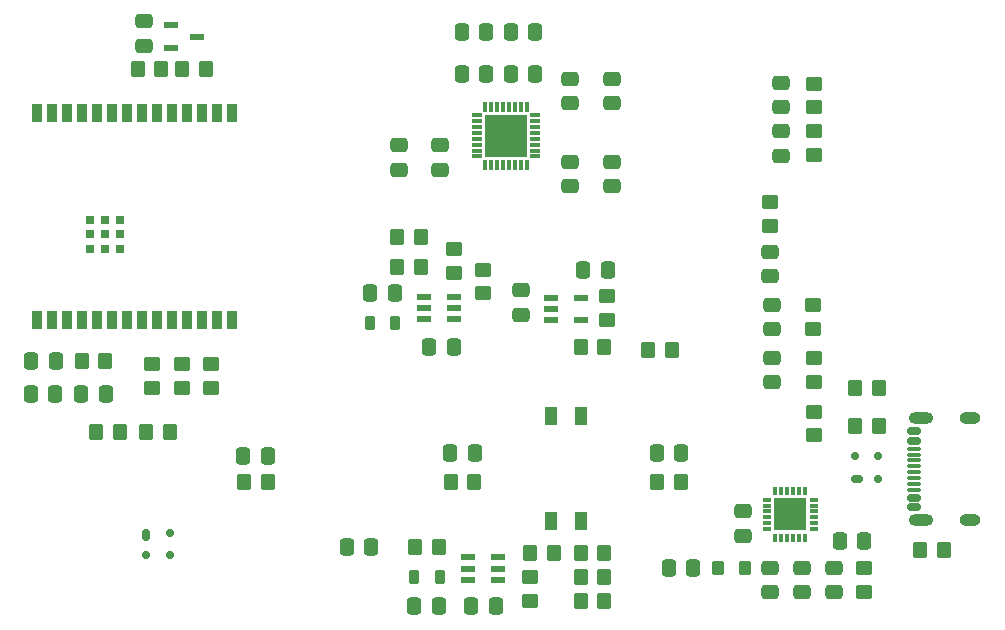
<source format=gbr>
%TF.GenerationSoftware,KiCad,Pcbnew,8.0.9-8.0.9-0~ubuntu24.04.1*%
%TF.CreationDate,2025-02-24T19:38:21+01:00*%
%TF.ProjectId,jack2bluetooth,6a61636b-3262-46c7-9565-746f6f74682e,v3.0*%
%TF.SameCoordinates,Original*%
%TF.FileFunction,Paste,Top*%
%TF.FilePolarity,Positive*%
%FSLAX46Y46*%
G04 Gerber Fmt 4.6, Leading zero omitted, Abs format (unit mm)*
G04 Created by KiCad (PCBNEW 8.0.9-8.0.9-0~ubuntu24.04.1) date 2025-02-24 19:38:21*
%MOMM*%
%LPD*%
G01*
G04 APERTURE LIST*
G04 Aperture macros list*
%AMRoundRect*
0 Rectangle with rounded corners*
0 $1 Rounding radius*
0 $2 $3 $4 $5 $6 $7 $8 $9 X,Y pos of 4 corners*
0 Add a 4 corners polygon primitive as box body*
4,1,4,$2,$3,$4,$5,$6,$7,$8,$9,$2,$3,0*
0 Add four circle primitives for the rounded corners*
1,1,$1+$1,$2,$3*
1,1,$1+$1,$4,$5*
1,1,$1+$1,$6,$7*
1,1,$1+$1,$8,$9*
0 Add four rect primitives between the rounded corners*
20,1,$1+$1,$2,$3,$4,$5,0*
20,1,$1+$1,$4,$5,$6,$7,0*
20,1,$1+$1,$6,$7,$8,$9,0*
20,1,$1+$1,$8,$9,$2,$3,0*%
G04 Aperture macros list end*
%ADD10RoundRect,0.250000X0.450000X-0.350000X0.450000X0.350000X-0.450000X0.350000X-0.450000X-0.350000X0*%
%ADD11RoundRect,0.250000X0.275000X0.350000X-0.275000X0.350000X-0.275000X-0.350000X0.275000X-0.350000X0*%
%ADD12RoundRect,0.250000X-0.350000X-0.450000X0.350000X-0.450000X0.350000X0.450000X-0.350000X0.450000X0*%
%ADD13RoundRect,0.250000X0.337500X0.475000X-0.337500X0.475000X-0.337500X-0.475000X0.337500X-0.475000X0*%
%ADD14R,0.850000X0.300000*%
%ADD15R,0.300000X0.850000*%
%ADD16R,3.550000X3.550000*%
%ADD17RoundRect,0.250000X0.475000X-0.337500X0.475000X0.337500X-0.475000X0.337500X-0.475000X-0.337500X0*%
%ADD18RoundRect,0.250000X-0.450000X0.350000X-0.450000X-0.350000X0.450000X-0.350000X0.450000X0.350000X0*%
%ADD19R,1.150000X0.600000*%
%ADD20RoundRect,0.250000X0.350000X0.450000X-0.350000X0.450000X-0.350000X-0.450000X0.350000X-0.450000X0*%
%ADD21RoundRect,0.250000X-0.337500X-0.475000X0.337500X-0.475000X0.337500X0.475000X-0.337500X0.475000X0*%
%ADD22RoundRect,0.250000X-0.475000X0.337500X-0.475000X-0.337500X0.475000X-0.337500X0.475000X0.337500X0*%
%ADD23RoundRect,0.150000X0.425000X-0.150000X0.425000X0.150000X-0.425000X0.150000X-0.425000X-0.150000X0*%
%ADD24RoundRect,0.075000X0.500000X-0.075000X0.500000X0.075000X-0.500000X0.075000X-0.500000X-0.075000X0*%
%ADD25O,2.100000X1.000000*%
%ADD26O,1.800000X1.000000*%
%ADD27RoundRect,0.218750X-0.218750X-0.381250X0.218750X-0.381250X0.218750X0.381250X-0.218750X0.381250X0*%
%ADD28R,1.100000X1.500000*%
%ADD29R,1.250000X0.600000*%
%ADD30RoundRect,0.175000X0.325000X-0.175000X0.325000X0.175000X-0.325000X0.175000X-0.325000X-0.175000X0*%
%ADD31RoundRect,0.150000X0.150000X-0.200000X0.150000X0.200000X-0.150000X0.200000X-0.150000X-0.200000X0*%
%ADD32R,0.800000X0.300000*%
%ADD33R,0.300000X0.800000*%
%ADD34R,2.800000X2.800000*%
%ADD35RoundRect,0.175000X-0.175000X-0.325000X0.175000X-0.325000X0.175000X0.325000X-0.175000X0.325000X0*%
%ADD36RoundRect,0.150000X-0.200000X-0.150000X0.200000X-0.150000X0.200000X0.150000X-0.200000X0.150000X0*%
%ADD37R,0.900000X1.500000*%
%ADD38R,0.800000X0.800000*%
%ADD39R,1.200000X0.600000*%
G04 APERTURE END LIST*
D10*
%TO.C,R37*%
X196750000Y-124750000D03*
X196750000Y-122750000D03*
%TD*%
D11*
%TO.C,L1*%
X218900000Y-148000000D03*
X216600000Y-148000000D03*
%TD*%
D12*
%TO.C,R3*%
X211500000Y-140750000D03*
X213500000Y-140750000D03*
%TD*%
D13*
%TO.C,C7*%
X197000000Y-106150000D03*
X194925000Y-106150000D03*
%TD*%
D14*
%TO.C,IC1*%
X196230000Y-109650000D03*
X196230000Y-110150000D03*
X196230000Y-110650000D03*
X196230000Y-111150000D03*
X196230000Y-111650000D03*
X196230000Y-112150000D03*
X196230000Y-112650000D03*
X196230000Y-113150000D03*
D15*
X196930000Y-113850000D03*
X197430000Y-113850000D03*
X197930000Y-113850000D03*
X198430000Y-113850000D03*
X198930000Y-113850000D03*
X199430000Y-113850000D03*
X199930000Y-113850000D03*
X200430000Y-113850000D03*
D14*
X201130000Y-113150000D03*
X201130000Y-112650000D03*
X201130000Y-112150000D03*
X201130000Y-111650000D03*
X201130000Y-111150000D03*
X201130000Y-110650000D03*
X201130000Y-110150000D03*
X201130000Y-109650000D03*
D15*
X200430000Y-108950000D03*
X199930000Y-108950000D03*
X199430000Y-108950000D03*
X198930000Y-108950000D03*
X198430000Y-108950000D03*
X197930000Y-108950000D03*
X197430000Y-108950000D03*
X196930000Y-108950000D03*
D16*
X198680000Y-111400000D03*
%TD*%
D13*
%TO.C,C32*%
X194287500Y-129250000D03*
X192212500Y-129250000D03*
%TD*%
D17*
%TO.C,C8*%
X221250000Y-127787500D03*
X221250000Y-125712500D03*
%TD*%
%TO.C,C18*%
X207630000Y-108650000D03*
X207630000Y-106575000D03*
%TD*%
D18*
%TO.C,R10*%
X224750000Y-130250000D03*
X224750000Y-132250000D03*
%TD*%
D13*
%TO.C,C4*%
X197000000Y-102650000D03*
X194925000Y-102650000D03*
%TD*%
D18*
%TO.C,R9*%
X224712500Y-125750000D03*
X224712500Y-127750000D03*
%TD*%
D19*
%TO.C,Q1*%
X170300000Y-102040000D03*
X170300000Y-103960000D03*
X172500000Y-103000000D03*
%TD*%
D20*
%TO.C,R39*%
X202750000Y-146750000D03*
X200750000Y-146750000D03*
%TD*%
D21*
%TO.C,C30*%
X162712500Y-133250000D03*
X164787500Y-133250000D03*
%TD*%
D17*
%TO.C,C9*%
X221250000Y-132287500D03*
X221250000Y-130212500D03*
%TD*%
%TO.C,C16*%
X223750000Y-150037500D03*
X223750000Y-147962500D03*
%TD*%
D10*
%TO.C,R4*%
X224750000Y-136750000D03*
X224750000Y-134750000D03*
%TD*%
D17*
%TO.C,C14*%
X204130000Y-108650000D03*
X204130000Y-106575000D03*
%TD*%
D13*
%TO.C,C33*%
X197825000Y-151250000D03*
X195750000Y-151250000D03*
%TD*%
D17*
%TO.C,C11*%
X168000000Y-103787500D03*
X168000000Y-101712500D03*
%TD*%
D12*
%TO.C,R1*%
X176500000Y-140750000D03*
X178500000Y-140750000D03*
%TD*%
D17*
%TO.C,C26*%
X218750000Y-145287500D03*
X218750000Y-143212500D03*
%TD*%
D22*
%TO.C,C21*%
X222000000Y-111000000D03*
X222000000Y-113075000D03*
%TD*%
D20*
%TO.C,R14*%
X207000000Y-150750000D03*
X205000000Y-150750000D03*
%TD*%
D12*
%TO.C,R23*%
X210750000Y-129500000D03*
X212750000Y-129500000D03*
%TD*%
D20*
%TO.C,R38*%
X207000000Y-146750000D03*
X205000000Y-146750000D03*
%TD*%
D22*
%TO.C,C25*%
X221000000Y-121212500D03*
X221000000Y-123287500D03*
%TD*%
D23*
%TO.C,J2*%
X233245000Y-142840000D03*
X233245000Y-142040000D03*
D24*
X233245000Y-140890000D03*
X233245000Y-139890000D03*
X233245000Y-139390000D03*
X233245000Y-138390000D03*
D23*
X233245000Y-137240000D03*
X233245000Y-136440000D03*
X233245000Y-136440000D03*
X233245000Y-137240000D03*
D24*
X233245000Y-137890000D03*
X233245000Y-138890000D03*
X233245000Y-140390000D03*
X233245000Y-141390000D03*
D23*
X233245000Y-142040000D03*
X233245000Y-142840000D03*
D25*
X233820000Y-143960000D03*
D26*
X238000000Y-143960000D03*
D25*
X233820000Y-135320000D03*
D26*
X238000000Y-135320000D03*
%TD*%
D21*
%TO.C,C3*%
X211462500Y-138250000D03*
X213537500Y-138250000D03*
%TD*%
D22*
%TO.C,C19*%
X207630000Y-113612500D03*
X207630000Y-115687500D03*
%TD*%
D10*
%TO.C,R15*%
X229000000Y-150000000D03*
X229000000Y-148000000D03*
%TD*%
D27*
%TO.C,L3*%
X190937500Y-148750000D03*
X193062500Y-148750000D03*
%TD*%
D20*
%TO.C,R6*%
X235750000Y-146500000D03*
X233750000Y-146500000D03*
%TD*%
D21*
%TO.C,C37*%
X190925000Y-151250000D03*
X193000000Y-151250000D03*
%TD*%
D17*
%TO.C,C6*%
X193130000Y-114287500D03*
X193130000Y-112212500D03*
%TD*%
D13*
%TO.C,C12*%
X201167500Y-106150000D03*
X199092500Y-106150000D03*
%TD*%
D20*
%TO.C,R5*%
X230250000Y-136000000D03*
X228250000Y-136000000D03*
%TD*%
D12*
%TO.C,R19*%
X168250000Y-136500000D03*
X170250000Y-136500000D03*
%TD*%
D28*
%TO.C,IC6*%
X205040000Y-135100000D03*
X202500000Y-135100000D03*
X202500000Y-144000000D03*
X205040000Y-144000000D03*
%TD*%
D18*
%TO.C,R36*%
X194250000Y-121000000D03*
X194250000Y-123000000D03*
%TD*%
D20*
%TO.C,R11*%
X191500000Y-122500000D03*
X189500000Y-122500000D03*
%TD*%
D29*
%TO.C,IC4*%
X191750000Y-125050000D03*
X191750000Y-126000000D03*
X191750000Y-126950000D03*
X194250000Y-126950000D03*
X194250000Y-126000000D03*
X194250000Y-125050000D03*
%TD*%
D30*
%TO.C,D5*%
X228450000Y-140500000D03*
D31*
X230150000Y-140500000D03*
X230150000Y-138500000D03*
X228250000Y-138500000D03*
%TD*%
D17*
%TO.C,C20*%
X222000000Y-109000000D03*
X222000000Y-106925000D03*
%TD*%
D20*
%TO.C,R40*%
X193000000Y-146250000D03*
X191000000Y-146250000D03*
%TD*%
D27*
%TO.C,L2*%
X187187500Y-127250000D03*
X189312500Y-127250000D03*
%TD*%
D21*
%TO.C,C17*%
X226962500Y-145712500D03*
X229037500Y-145712500D03*
%TD*%
D32*
%TO.C,IC2*%
X224750000Y-144712500D03*
X224750000Y-144212500D03*
X224750000Y-143712500D03*
X224750000Y-143212500D03*
X224750000Y-142712500D03*
X224750000Y-142212500D03*
D33*
X224000000Y-141462500D03*
X223500000Y-141462500D03*
X223000000Y-141462500D03*
X222500000Y-141462500D03*
X222000000Y-141462500D03*
X221500000Y-141462500D03*
D32*
X220750000Y-142212500D03*
X220750000Y-142712500D03*
X220750000Y-143212500D03*
X220750000Y-143712500D03*
X220750000Y-144212500D03*
X220750000Y-144712500D03*
D33*
X221500000Y-145462500D03*
X222000000Y-145462500D03*
X222500000Y-145462500D03*
X223000000Y-145462500D03*
X223500000Y-145462500D03*
X224000000Y-145462500D03*
D34*
X222750000Y-143462500D03*
%TD*%
D18*
%TO.C,R16*%
X224750000Y-107000000D03*
X224750000Y-109000000D03*
%TD*%
%TO.C,R25*%
X207250000Y-125000000D03*
X207250000Y-127000000D03*
%TD*%
D13*
%TO.C,C13*%
X201167500Y-102650000D03*
X199092500Y-102650000D03*
%TD*%
%TO.C,C27*%
X160575000Y-130500000D03*
X158500000Y-130500000D03*
%TD*%
D18*
%TO.C,R35*%
X200750000Y-148750000D03*
X200750000Y-150750000D03*
%TD*%
D12*
%TO.C,R13*%
X205000000Y-148750000D03*
X207000000Y-148750000D03*
%TD*%
%TO.C,R26*%
X205010000Y-129250000D03*
X207010000Y-129250000D03*
%TD*%
%TO.C,R2*%
X194000000Y-140750000D03*
X196000000Y-140750000D03*
%TD*%
%TO.C,R33*%
X189500000Y-120000000D03*
X191500000Y-120000000D03*
%TD*%
D20*
%TO.C,R24*%
X164750000Y-130500000D03*
X162750000Y-130500000D03*
%TD*%
D29*
%TO.C,IC5*%
X195500000Y-147100000D03*
X195500000Y-148050000D03*
X195500000Y-149000000D03*
X198000000Y-149000000D03*
X198000000Y-148050000D03*
X198000000Y-147100000D03*
%TD*%
D35*
%TO.C,D6*%
X168250000Y-145200000D03*
D36*
X168250000Y-146900000D03*
X170250000Y-146900000D03*
X170250000Y-145000000D03*
%TD*%
D10*
%TO.C,R17*%
X224750000Y-113037500D03*
X224750000Y-111037500D03*
%TD*%
D21*
%TO.C,C1*%
X176462500Y-138500000D03*
X178537500Y-138500000D03*
%TD*%
D13*
%TO.C,C29*%
X187287500Y-146250000D03*
X185212500Y-146250000D03*
%TD*%
D21*
%TO.C,C2*%
X193962500Y-138250000D03*
X196037500Y-138250000D03*
%TD*%
D37*
%TO.C,IC3*%
X159000000Y-127000000D03*
X160270000Y-127000000D03*
X161540000Y-127000000D03*
X162810000Y-127000000D03*
X164080000Y-127000000D03*
X165350000Y-127000000D03*
X166620000Y-127000000D03*
X167890000Y-127000000D03*
X169160000Y-127000000D03*
X170430000Y-127000000D03*
X171700000Y-127000000D03*
X172970000Y-127000000D03*
X174240000Y-127000000D03*
X175510000Y-127000000D03*
X175510000Y-109500000D03*
X174240000Y-109500000D03*
X172970000Y-109500000D03*
X171700000Y-109500000D03*
X170430000Y-109500000D03*
X169160000Y-109500000D03*
X167890000Y-109500000D03*
X166620000Y-109500000D03*
X165350000Y-109500000D03*
X164080000Y-109500000D03*
X162810000Y-109500000D03*
X161540000Y-109500000D03*
X160270000Y-109500000D03*
X159000000Y-109500000D03*
D38*
X164720000Y-119755000D03*
X163470000Y-121005000D03*
X164720000Y-121005000D03*
X165970000Y-121005000D03*
X165970000Y-119755000D03*
X165970000Y-118505000D03*
X164720000Y-118505000D03*
X163470000Y-118505000D03*
X163470000Y-119755000D03*
%TD*%
D17*
%TO.C,C22*%
X226500000Y-150037500D03*
X226500000Y-147962500D03*
%TD*%
D18*
%TO.C,R29*%
X173750000Y-130750000D03*
X173750000Y-132750000D03*
%TD*%
D21*
%TO.C,C36*%
X187212500Y-124750000D03*
X189287500Y-124750000D03*
%TD*%
D17*
%TO.C,C23*%
X221000000Y-150037500D03*
X221000000Y-147962500D03*
%TD*%
D18*
%TO.C,R21*%
X168750000Y-130750000D03*
X168750000Y-132750000D03*
%TD*%
D20*
%TO.C,R18*%
X173250000Y-105750000D03*
X171250000Y-105750000D03*
%TD*%
D18*
%TO.C,R32*%
X171250000Y-130750000D03*
X171250000Y-132750000D03*
%TD*%
D12*
%TO.C,R34*%
X167500000Y-105750000D03*
X169500000Y-105750000D03*
%TD*%
D22*
%TO.C,C28*%
X200000000Y-124462500D03*
X200000000Y-126537500D03*
%TD*%
D13*
%TO.C,C10*%
X214537500Y-148000000D03*
X212462500Y-148000000D03*
%TD*%
D17*
%TO.C,C5*%
X189630000Y-114287500D03*
X189630000Y-112212500D03*
%TD*%
D20*
%TO.C,R20*%
X166000000Y-136500000D03*
X164000000Y-136500000D03*
%TD*%
D39*
%TO.C,U1*%
X202500000Y-125100000D03*
X202500000Y-126050000D03*
X202500000Y-127000000D03*
X205000000Y-127000000D03*
X205000000Y-125100000D03*
%TD*%
D22*
%TO.C,C15*%
X204130000Y-113612500D03*
X204130000Y-115687500D03*
%TD*%
D12*
%TO.C,R12*%
X228250000Y-132750000D03*
X230250000Y-132750000D03*
%TD*%
D18*
%TO.C,R22*%
X221000000Y-117000000D03*
X221000000Y-119000000D03*
%TD*%
D21*
%TO.C,C31*%
X205212500Y-122750000D03*
X207287500Y-122750000D03*
%TD*%
D13*
%TO.C,C24*%
X160537500Y-133250000D03*
X158462500Y-133250000D03*
%TD*%
M02*

</source>
